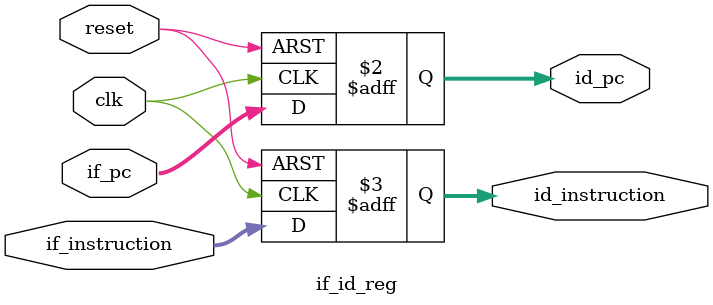
<source format=sv>
module if_id_reg (
    input logic clk,
    input logic reset,
    input logic [31:0] if_pc,
    input logic [31:0] if_instruction,
    output logic [31:0] id_pc,
    output logic [31:0] id_instruction
);

    always_ff @(posedge clk or posedge reset) begin
        if (reset) begin
            id_pc <= 32'b0;
            id_instruction <= 32'b0;
        end else begin
            id_pc <= if_pc;
            id_instruction <= if_instruction;
        end
    end

endmodule
</source>
